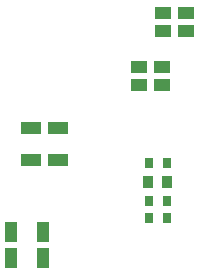
<source format=gtp>
G04 Layer_Color=8421504*
%FSLAX24Y24*%
%MOIN*%
G70*
G01*
G75*
%ADD10R,0.0433X0.0669*%
%ADD11R,0.0669X0.0433*%
%ADD12R,0.0276X0.0354*%
%ADD13R,0.0551X0.0433*%
%ADD14R,0.0374X0.0394*%
D10*
X2182Y2113D02*
D03*
X1119D02*
D03*
X2182Y3000D02*
D03*
X1119D02*
D03*
D11*
X2679Y6468D02*
D03*
Y5405D02*
D03*
X1791Y6468D02*
D03*
Y5405D02*
D03*
D12*
X5705Y5300D02*
D03*
X6295D02*
D03*
X6295Y4017D02*
D03*
X5705D02*
D03*
X5705Y3445D02*
D03*
X6295D02*
D03*
D13*
X6938Y10289D02*
D03*
Y9698D02*
D03*
X6169Y10289D02*
D03*
Y9698D02*
D03*
X5381Y8478D02*
D03*
Y7887D02*
D03*
X6150Y8478D02*
D03*
Y7887D02*
D03*
D14*
X6315Y4659D02*
D03*
X5685D02*
D03*
M02*

</source>
